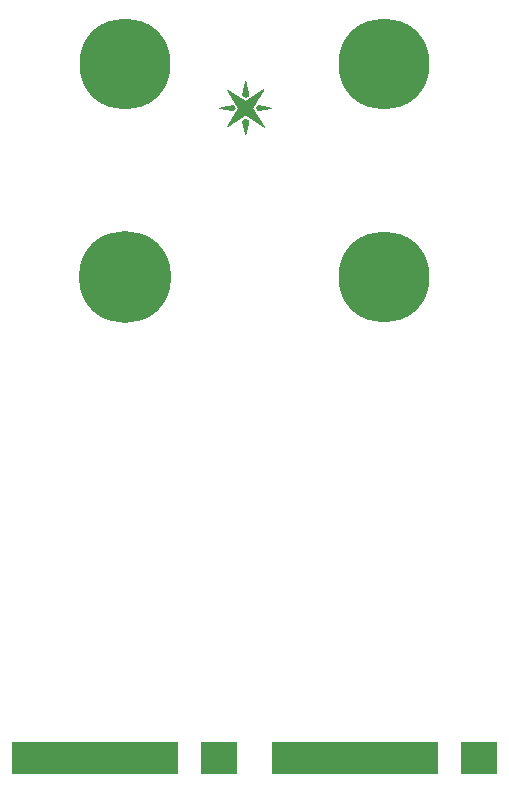
<source format=gts>
G75*
%MOIN*%
%OFA0B0*%
%FSLAX25Y25*%
%IPPOS*%
%LPD*%
%AMOC8*
5,1,8,0,0,1.08239X$1,22.5*
%
%ADD10R,0.02178X0.10643*%
%ADD11C,0.00100*%
%ADD12C,0.30328*%
%ADD13C,0.30721*%
D10*
X0008363Y0006321D03*
X0010332Y0006321D03*
X0012300Y0006321D03*
X0014269Y0006321D03*
X0016237Y0006321D03*
X0018206Y0006321D03*
X0020174Y0006321D03*
X0022143Y0006321D03*
X0024111Y0006321D03*
X0026080Y0006321D03*
X0028048Y0006321D03*
X0030017Y0006321D03*
X0031986Y0006321D03*
X0033954Y0006321D03*
X0035923Y0006321D03*
X0037891Y0006321D03*
X0039860Y0006321D03*
X0041828Y0006321D03*
X0043797Y0006321D03*
X0045765Y0006321D03*
X0047734Y0006321D03*
X0049702Y0006321D03*
X0051671Y0006321D03*
X0053639Y0006321D03*
X0055608Y0006321D03*
X0057576Y0006321D03*
X0059545Y0006321D03*
X0061513Y0006321D03*
X0071356Y0006321D03*
X0073324Y0006321D03*
X0075293Y0006321D03*
X0077261Y0006321D03*
X0079230Y0006321D03*
X0081198Y0006321D03*
X0094978Y0006321D03*
X0096946Y0006321D03*
X0098915Y0006321D03*
X0100883Y0006321D03*
X0102852Y0006321D03*
X0104820Y0006321D03*
X0106789Y0006321D03*
X0108757Y0006321D03*
X0110726Y0006321D03*
X0112694Y0006321D03*
X0114663Y0006321D03*
X0116631Y0006321D03*
X0118600Y0006321D03*
X0120568Y0006321D03*
X0122537Y0006321D03*
X0124505Y0006321D03*
X0126474Y0006321D03*
X0128442Y0006321D03*
X0130411Y0006321D03*
X0132379Y0006321D03*
X0134348Y0006321D03*
X0136316Y0006321D03*
X0138285Y0006321D03*
X0140253Y0006321D03*
X0142222Y0006321D03*
X0144190Y0006321D03*
X0146159Y0006321D03*
X0148127Y0006321D03*
X0157970Y0006321D03*
X0159938Y0006321D03*
X0161907Y0006321D03*
X0163875Y0006321D03*
X0165844Y0006321D03*
X0167812Y0006321D03*
D11*
X0085005Y0214332D02*
X0086005Y0218732D01*
X0085005Y0219432D01*
X0084005Y0218732D01*
X0085005Y0214332D01*
X0084994Y0214381D02*
X0085016Y0214381D01*
X0085039Y0214480D02*
X0084972Y0214480D01*
X0084949Y0214578D02*
X0085061Y0214578D01*
X0085084Y0214677D02*
X0084927Y0214677D01*
X0084904Y0214776D02*
X0085106Y0214776D01*
X0085128Y0214874D02*
X0084882Y0214874D01*
X0084860Y0214973D02*
X0085151Y0214973D01*
X0085173Y0215071D02*
X0084837Y0215071D01*
X0084815Y0215170D02*
X0085195Y0215170D01*
X0085218Y0215268D02*
X0084793Y0215268D01*
X0084770Y0215367D02*
X0085240Y0215367D01*
X0085263Y0215465D02*
X0084748Y0215465D01*
X0084725Y0215564D02*
X0085285Y0215564D01*
X0085307Y0215662D02*
X0084703Y0215662D01*
X0084681Y0215761D02*
X0085330Y0215761D01*
X0085352Y0215859D02*
X0084658Y0215859D01*
X0084636Y0215958D02*
X0085375Y0215958D01*
X0085397Y0216056D02*
X0084613Y0216056D01*
X0084591Y0216155D02*
X0085419Y0216155D01*
X0085442Y0216253D02*
X0084569Y0216253D01*
X0084546Y0216352D02*
X0085464Y0216352D01*
X0085487Y0216450D02*
X0084524Y0216450D01*
X0084501Y0216549D02*
X0085509Y0216549D01*
X0085531Y0216647D02*
X0084479Y0216647D01*
X0084457Y0216746D02*
X0085554Y0216746D01*
X0085576Y0216844D02*
X0084434Y0216844D01*
X0084412Y0216943D02*
X0085598Y0216943D01*
X0085621Y0217041D02*
X0084390Y0217041D01*
X0084367Y0217140D02*
X0085643Y0217140D01*
X0085666Y0217238D02*
X0084345Y0217238D01*
X0084322Y0217337D02*
X0085688Y0217337D01*
X0085710Y0217435D02*
X0084300Y0217435D01*
X0084278Y0217534D02*
X0085733Y0217534D01*
X0085755Y0217632D02*
X0084255Y0217632D01*
X0084233Y0217731D02*
X0085778Y0217731D01*
X0085800Y0217829D02*
X0084210Y0217829D01*
X0084188Y0217928D02*
X0085822Y0217928D01*
X0085845Y0218026D02*
X0084166Y0218026D01*
X0084143Y0218125D02*
X0085867Y0218125D01*
X0085890Y0218223D02*
X0084121Y0218223D01*
X0084098Y0218322D02*
X0085912Y0218322D01*
X0085934Y0218420D02*
X0084076Y0218420D01*
X0084054Y0218519D02*
X0085957Y0218519D01*
X0085979Y0218617D02*
X0084031Y0218617D01*
X0084009Y0218716D02*
X0086001Y0218716D01*
X0085888Y0218814D02*
X0084123Y0218814D01*
X0084263Y0218913D02*
X0085747Y0218913D01*
X0085606Y0219012D02*
X0084404Y0219012D01*
X0084545Y0219110D02*
X0085466Y0219110D01*
X0085325Y0219209D02*
X0084686Y0219209D01*
X0084826Y0219307D02*
X0085184Y0219307D01*
X0085043Y0219406D02*
X0084967Y0219406D01*
X0084329Y0220489D02*
X0081085Y0220489D01*
X0081025Y0220391D02*
X0084179Y0220391D01*
X0084029Y0220292D02*
X0080964Y0220292D01*
X0080904Y0220194D02*
X0083879Y0220194D01*
X0083729Y0220095D02*
X0080844Y0220095D01*
X0080783Y0219997D02*
X0083578Y0219997D01*
X0083428Y0219898D02*
X0080723Y0219898D01*
X0080663Y0219800D02*
X0083278Y0219800D01*
X0083128Y0219701D02*
X0080602Y0219701D01*
X0080542Y0219603D02*
X0082977Y0219603D01*
X0082827Y0219504D02*
X0080481Y0219504D01*
X0080421Y0219406D02*
X0082677Y0219406D01*
X0082527Y0219307D02*
X0080361Y0219307D01*
X0080300Y0219209D02*
X0082376Y0219209D01*
X0082226Y0219110D02*
X0080240Y0219110D01*
X0080180Y0219012D02*
X0082076Y0219012D01*
X0081926Y0218913D02*
X0080119Y0218913D01*
X0080059Y0218814D02*
X0081776Y0218814D01*
X0081625Y0218716D02*
X0079998Y0218716D01*
X0079938Y0218617D02*
X0081475Y0218617D01*
X0081325Y0218519D02*
X0079878Y0218519D01*
X0079817Y0218420D02*
X0081175Y0218420D01*
X0081024Y0218322D02*
X0079757Y0218322D01*
X0079697Y0218223D02*
X0080874Y0218223D01*
X0080724Y0218125D02*
X0079636Y0218125D01*
X0079576Y0218026D02*
X0080574Y0218026D01*
X0080423Y0217928D02*
X0079515Y0217928D01*
X0079455Y0217829D02*
X0080273Y0217829D01*
X0080123Y0217731D02*
X0079395Y0217731D01*
X0079334Y0217632D02*
X0079973Y0217632D01*
X0079823Y0217534D02*
X0079274Y0217534D01*
X0079214Y0217435D02*
X0079672Y0217435D01*
X0079522Y0217337D02*
X0079153Y0217337D01*
X0079093Y0217238D02*
X0079372Y0217238D01*
X0079222Y0217140D02*
X0079032Y0217140D01*
X0079071Y0217041D02*
X0078972Y0217041D01*
X0078921Y0216943D02*
X0078912Y0216943D01*
X0078905Y0216932D02*
X0085005Y0220932D01*
X0091205Y0216832D01*
X0087205Y0223132D01*
X0091005Y0229232D01*
X0085005Y0225332D01*
X0078905Y0229132D01*
X0082705Y0223132D01*
X0078905Y0216932D01*
X0081146Y0220588D02*
X0084480Y0220588D01*
X0084630Y0220686D02*
X0081206Y0220686D01*
X0081266Y0220785D02*
X0084780Y0220785D01*
X0084930Y0220883D02*
X0081327Y0220883D01*
X0081387Y0220982D02*
X0088571Y0220982D01*
X0088508Y0221080D02*
X0081447Y0221080D01*
X0081508Y0221179D02*
X0088446Y0221179D01*
X0088383Y0221277D02*
X0081568Y0221277D01*
X0081629Y0221376D02*
X0088320Y0221376D01*
X0088258Y0221474D02*
X0081689Y0221474D01*
X0081749Y0221573D02*
X0088195Y0221573D01*
X0088133Y0221671D02*
X0081810Y0221671D01*
X0081870Y0221770D02*
X0088070Y0221770D01*
X0088008Y0221868D02*
X0081931Y0221868D01*
X0081991Y0221967D02*
X0087945Y0221967D01*
X0087883Y0222065D02*
X0082051Y0222065D01*
X0082112Y0222164D02*
X0087820Y0222164D01*
X0087758Y0222262D02*
X0082172Y0222262D01*
X0082232Y0222361D02*
X0087695Y0222361D01*
X0087632Y0222459D02*
X0082293Y0222459D01*
X0082353Y0222558D02*
X0087570Y0222558D01*
X0087507Y0222656D02*
X0082414Y0222656D01*
X0082474Y0222755D02*
X0087445Y0222755D01*
X0087382Y0222853D02*
X0082534Y0222853D01*
X0082595Y0222952D02*
X0087320Y0222952D01*
X0087257Y0223050D02*
X0082655Y0223050D01*
X0082695Y0223149D02*
X0087216Y0223149D01*
X0087277Y0223247D02*
X0082632Y0223247D01*
X0082570Y0223346D02*
X0087338Y0223346D01*
X0087400Y0223445D02*
X0082507Y0223445D01*
X0082445Y0223543D02*
X0087461Y0223543D01*
X0087522Y0223642D02*
X0082383Y0223642D01*
X0082320Y0223740D02*
X0087584Y0223740D01*
X0087645Y0223839D02*
X0082258Y0223839D01*
X0082195Y0223937D02*
X0087707Y0223937D01*
X0087768Y0224036D02*
X0082133Y0224036D01*
X0082071Y0224134D02*
X0087829Y0224134D01*
X0087891Y0224233D02*
X0082008Y0224233D01*
X0081946Y0224331D02*
X0087952Y0224331D01*
X0088013Y0224430D02*
X0081884Y0224430D01*
X0081821Y0224528D02*
X0088075Y0224528D01*
X0088136Y0224627D02*
X0081759Y0224627D01*
X0081696Y0224725D02*
X0088197Y0224725D01*
X0088259Y0224824D02*
X0081634Y0224824D01*
X0081572Y0224922D02*
X0088320Y0224922D01*
X0088382Y0225021D02*
X0081509Y0225021D01*
X0081447Y0225119D02*
X0088443Y0225119D01*
X0088504Y0225218D02*
X0081384Y0225218D01*
X0081322Y0225316D02*
X0088566Y0225316D01*
X0088627Y0225415D02*
X0085132Y0225415D01*
X0085284Y0225513D02*
X0088688Y0225513D01*
X0088750Y0225612D02*
X0085435Y0225612D01*
X0085587Y0225710D02*
X0088811Y0225710D01*
X0088873Y0225809D02*
X0085738Y0225809D01*
X0085890Y0225907D02*
X0088934Y0225907D01*
X0088995Y0226006D02*
X0086041Y0226006D01*
X0086193Y0226104D02*
X0089057Y0226104D01*
X0089118Y0226203D02*
X0086345Y0226203D01*
X0086496Y0226301D02*
X0089179Y0226301D01*
X0089241Y0226400D02*
X0086648Y0226400D01*
X0086799Y0226498D02*
X0089302Y0226498D01*
X0089363Y0226597D02*
X0086951Y0226597D01*
X0087102Y0226695D02*
X0089425Y0226695D01*
X0089486Y0226794D02*
X0087254Y0226794D01*
X0087405Y0226892D02*
X0089548Y0226892D01*
X0089609Y0226991D02*
X0087557Y0226991D01*
X0087709Y0227089D02*
X0089670Y0227089D01*
X0089732Y0227188D02*
X0087860Y0227188D01*
X0088012Y0227286D02*
X0089793Y0227286D01*
X0089854Y0227385D02*
X0088163Y0227385D01*
X0088315Y0227483D02*
X0089916Y0227483D01*
X0089977Y0227582D02*
X0088466Y0227582D01*
X0088618Y0227680D02*
X0090038Y0227680D01*
X0090100Y0227779D02*
X0088769Y0227779D01*
X0088921Y0227878D02*
X0090161Y0227878D01*
X0090223Y0227976D02*
X0089073Y0227976D01*
X0089224Y0228075D02*
X0090284Y0228075D01*
X0090345Y0228173D02*
X0089376Y0228173D01*
X0089527Y0228272D02*
X0090407Y0228272D01*
X0090468Y0228370D02*
X0089679Y0228370D01*
X0089830Y0228469D02*
X0090529Y0228469D01*
X0090591Y0228567D02*
X0089982Y0228567D01*
X0090133Y0228666D02*
X0090652Y0228666D01*
X0090714Y0228764D02*
X0090285Y0228764D01*
X0090437Y0228863D02*
X0090775Y0228863D01*
X0090836Y0228961D02*
X0090588Y0228961D01*
X0090740Y0229060D02*
X0090898Y0229060D01*
X0090891Y0229158D02*
X0090959Y0229158D01*
X0089671Y0223937D02*
X0089142Y0223937D01*
X0089205Y0224032D02*
X0093605Y0223132D01*
X0089205Y0222232D01*
X0088605Y0223132D01*
X0089205Y0224032D01*
X0089076Y0223839D02*
X0090152Y0223839D01*
X0090634Y0223740D02*
X0089010Y0223740D01*
X0088945Y0223642D02*
X0091116Y0223642D01*
X0091597Y0223543D02*
X0088879Y0223543D01*
X0088813Y0223445D02*
X0092079Y0223445D01*
X0092560Y0223346D02*
X0088748Y0223346D01*
X0088682Y0223247D02*
X0093042Y0223247D01*
X0093205Y0223050D02*
X0088660Y0223050D01*
X0088616Y0223149D02*
X0093524Y0223149D01*
X0092724Y0222952D02*
X0088725Y0222952D01*
X0088791Y0222853D02*
X0092242Y0222853D01*
X0091760Y0222755D02*
X0088857Y0222755D01*
X0088922Y0222656D02*
X0091279Y0222656D01*
X0090797Y0222558D02*
X0088988Y0222558D01*
X0089054Y0222459D02*
X0090316Y0222459D01*
X0089834Y0222361D02*
X0089119Y0222361D01*
X0089185Y0222262D02*
X0089352Y0222262D01*
X0088633Y0220883D02*
X0085079Y0220883D01*
X0085228Y0220785D02*
X0088696Y0220785D01*
X0088758Y0220686D02*
X0085377Y0220686D01*
X0085526Y0220588D02*
X0088821Y0220588D01*
X0088883Y0220489D02*
X0085675Y0220489D01*
X0085824Y0220391D02*
X0088946Y0220391D01*
X0089008Y0220292D02*
X0085973Y0220292D01*
X0086122Y0220194D02*
X0089071Y0220194D01*
X0089134Y0220095D02*
X0086271Y0220095D01*
X0086420Y0219997D02*
X0089196Y0219997D01*
X0089259Y0219898D02*
X0086569Y0219898D01*
X0086718Y0219800D02*
X0089321Y0219800D01*
X0089384Y0219701D02*
X0086867Y0219701D01*
X0087016Y0219603D02*
X0089446Y0219603D01*
X0089509Y0219504D02*
X0087165Y0219504D01*
X0087314Y0219406D02*
X0089571Y0219406D01*
X0089634Y0219307D02*
X0087463Y0219307D01*
X0087612Y0219209D02*
X0089696Y0219209D01*
X0089759Y0219110D02*
X0087761Y0219110D01*
X0087910Y0219012D02*
X0089822Y0219012D01*
X0089884Y0218913D02*
X0088059Y0218913D01*
X0088208Y0218814D02*
X0089947Y0218814D01*
X0090009Y0218716D02*
X0088357Y0218716D01*
X0088506Y0218617D02*
X0090072Y0218617D01*
X0090134Y0218519D02*
X0088655Y0218519D01*
X0088804Y0218420D02*
X0090197Y0218420D01*
X0090259Y0218322D02*
X0088953Y0218322D01*
X0089102Y0218223D02*
X0090322Y0218223D01*
X0090384Y0218125D02*
X0089250Y0218125D01*
X0089399Y0218026D02*
X0090447Y0218026D01*
X0090510Y0217928D02*
X0089548Y0217928D01*
X0089697Y0217829D02*
X0090572Y0217829D01*
X0090635Y0217731D02*
X0089846Y0217731D01*
X0089995Y0217632D02*
X0090697Y0217632D01*
X0090760Y0217534D02*
X0090144Y0217534D01*
X0090293Y0217435D02*
X0090822Y0217435D01*
X0090885Y0217337D02*
X0090442Y0217337D01*
X0090591Y0217238D02*
X0090947Y0217238D01*
X0091010Y0217140D02*
X0090740Y0217140D01*
X0090889Y0217041D02*
X0091073Y0217041D01*
X0091038Y0216943D02*
X0091135Y0216943D01*
X0091187Y0216844D02*
X0091198Y0216844D01*
X0084873Y0225415D02*
X0081260Y0225415D01*
X0081197Y0225513D02*
X0084715Y0225513D01*
X0084557Y0225612D02*
X0081135Y0225612D01*
X0081072Y0225710D02*
X0084398Y0225710D01*
X0084240Y0225809D02*
X0081010Y0225809D01*
X0080948Y0225907D02*
X0084082Y0225907D01*
X0083924Y0226006D02*
X0080885Y0226006D01*
X0080823Y0226104D02*
X0083766Y0226104D01*
X0083608Y0226203D02*
X0080761Y0226203D01*
X0080698Y0226301D02*
X0083450Y0226301D01*
X0083291Y0226400D02*
X0080636Y0226400D01*
X0080573Y0226498D02*
X0083133Y0226498D01*
X0082975Y0226597D02*
X0080511Y0226597D01*
X0080449Y0226695D02*
X0082817Y0226695D01*
X0082659Y0226794D02*
X0080386Y0226794D01*
X0080324Y0226892D02*
X0082501Y0226892D01*
X0082343Y0226991D02*
X0080261Y0226991D01*
X0080199Y0227089D02*
X0082185Y0227089D01*
X0082026Y0227188D02*
X0080137Y0227188D01*
X0080074Y0227286D02*
X0081868Y0227286D01*
X0081710Y0227385D02*
X0080012Y0227385D01*
X0079949Y0227483D02*
X0081552Y0227483D01*
X0081394Y0227582D02*
X0079887Y0227582D01*
X0079825Y0227680D02*
X0081236Y0227680D01*
X0081078Y0227779D02*
X0079762Y0227779D01*
X0079700Y0227878D02*
X0080919Y0227878D01*
X0080761Y0227976D02*
X0079637Y0227976D01*
X0079575Y0228075D02*
X0080603Y0228075D01*
X0080445Y0228173D02*
X0079513Y0228173D01*
X0079450Y0228272D02*
X0080287Y0228272D01*
X0080129Y0228370D02*
X0079388Y0228370D01*
X0079326Y0228469D02*
X0079971Y0228469D01*
X0079812Y0228567D02*
X0079263Y0228567D01*
X0079201Y0228666D02*
X0079654Y0228666D01*
X0079496Y0228764D02*
X0079138Y0228764D01*
X0079076Y0228863D02*
X0079338Y0228863D01*
X0079180Y0228961D02*
X0079014Y0228961D01*
X0079022Y0229060D02*
X0078951Y0229060D01*
X0079815Y0223839D02*
X0080934Y0223839D01*
X0080869Y0223937D02*
X0080319Y0223937D01*
X0080805Y0224032D02*
X0076205Y0223132D01*
X0080805Y0222232D01*
X0081405Y0223132D01*
X0080805Y0224032D01*
X0081000Y0223740D02*
X0079312Y0223740D01*
X0078808Y0223642D02*
X0081066Y0223642D01*
X0081131Y0223543D02*
X0078305Y0223543D01*
X0077801Y0223445D02*
X0081197Y0223445D01*
X0081263Y0223346D02*
X0077298Y0223346D01*
X0077127Y0222952D02*
X0081285Y0222952D01*
X0081351Y0223050D02*
X0076623Y0223050D01*
X0076794Y0223247D02*
X0081328Y0223247D01*
X0081394Y0223149D02*
X0076291Y0223149D01*
X0077630Y0222853D02*
X0081219Y0222853D01*
X0081154Y0222755D02*
X0078134Y0222755D01*
X0078637Y0222656D02*
X0081088Y0222656D01*
X0081022Y0222558D02*
X0079141Y0222558D01*
X0079644Y0222459D02*
X0080957Y0222459D01*
X0080891Y0222361D02*
X0080148Y0222361D01*
X0080651Y0222262D02*
X0080825Y0222262D01*
X0084005Y0227332D02*
X0085005Y0226732D01*
X0086005Y0227332D01*
X0085005Y0231932D01*
X0084005Y0227332D01*
X0084017Y0227385D02*
X0085994Y0227385D01*
X0085972Y0227483D02*
X0084038Y0227483D01*
X0084059Y0227582D02*
X0085951Y0227582D01*
X0085930Y0227680D02*
X0084081Y0227680D01*
X0084102Y0227779D02*
X0085908Y0227779D01*
X0085887Y0227878D02*
X0084124Y0227878D01*
X0084145Y0227976D02*
X0085865Y0227976D01*
X0085844Y0228075D02*
X0084167Y0228075D01*
X0084188Y0228173D02*
X0085822Y0228173D01*
X0085801Y0228272D02*
X0084209Y0228272D01*
X0084231Y0228370D02*
X0085780Y0228370D01*
X0085758Y0228469D02*
X0084252Y0228469D01*
X0084274Y0228567D02*
X0085737Y0228567D01*
X0085715Y0228666D02*
X0084295Y0228666D01*
X0084316Y0228764D02*
X0085694Y0228764D01*
X0085673Y0228863D02*
X0084338Y0228863D01*
X0084359Y0228961D02*
X0085651Y0228961D01*
X0085630Y0229060D02*
X0084381Y0229060D01*
X0084402Y0229158D02*
X0085608Y0229158D01*
X0085587Y0229257D02*
X0084424Y0229257D01*
X0084445Y0229355D02*
X0085565Y0229355D01*
X0085544Y0229454D02*
X0084466Y0229454D01*
X0084488Y0229552D02*
X0085523Y0229552D01*
X0085501Y0229651D02*
X0084509Y0229651D01*
X0084531Y0229749D02*
X0085480Y0229749D01*
X0085458Y0229848D02*
X0084552Y0229848D01*
X0084573Y0229946D02*
X0085437Y0229946D01*
X0085416Y0230045D02*
X0084595Y0230045D01*
X0084616Y0230143D02*
X0085394Y0230143D01*
X0085373Y0230242D02*
X0084638Y0230242D01*
X0084659Y0230340D02*
X0085351Y0230340D01*
X0085330Y0230439D02*
X0084681Y0230439D01*
X0084702Y0230537D02*
X0085308Y0230537D01*
X0085287Y0230636D02*
X0084723Y0230636D01*
X0084745Y0230734D02*
X0085266Y0230734D01*
X0085244Y0230833D02*
X0084766Y0230833D01*
X0084788Y0230931D02*
X0085223Y0230931D01*
X0085201Y0231030D02*
X0084809Y0231030D01*
X0084830Y0231128D02*
X0085180Y0231128D01*
X0085159Y0231227D02*
X0084852Y0231227D01*
X0084873Y0231325D02*
X0085137Y0231325D01*
X0085116Y0231424D02*
X0084895Y0231424D01*
X0084916Y0231522D02*
X0085094Y0231522D01*
X0085073Y0231621D02*
X0084938Y0231621D01*
X0084959Y0231719D02*
X0085051Y0231719D01*
X0085030Y0231818D02*
X0084980Y0231818D01*
X0085002Y0231916D02*
X0085009Y0231916D01*
X0085929Y0227286D02*
X0084082Y0227286D01*
X0084246Y0227188D02*
X0085765Y0227188D01*
X0085600Y0227089D02*
X0084410Y0227089D01*
X0084574Y0226991D02*
X0085436Y0226991D01*
X0085272Y0226892D02*
X0084738Y0226892D01*
X0084902Y0226794D02*
X0085108Y0226794D01*
D12*
X0044781Y0237620D03*
X0131395Y0237620D03*
X0131395Y0166754D03*
D13*
X0044781Y0166754D03*
M02*

</source>
